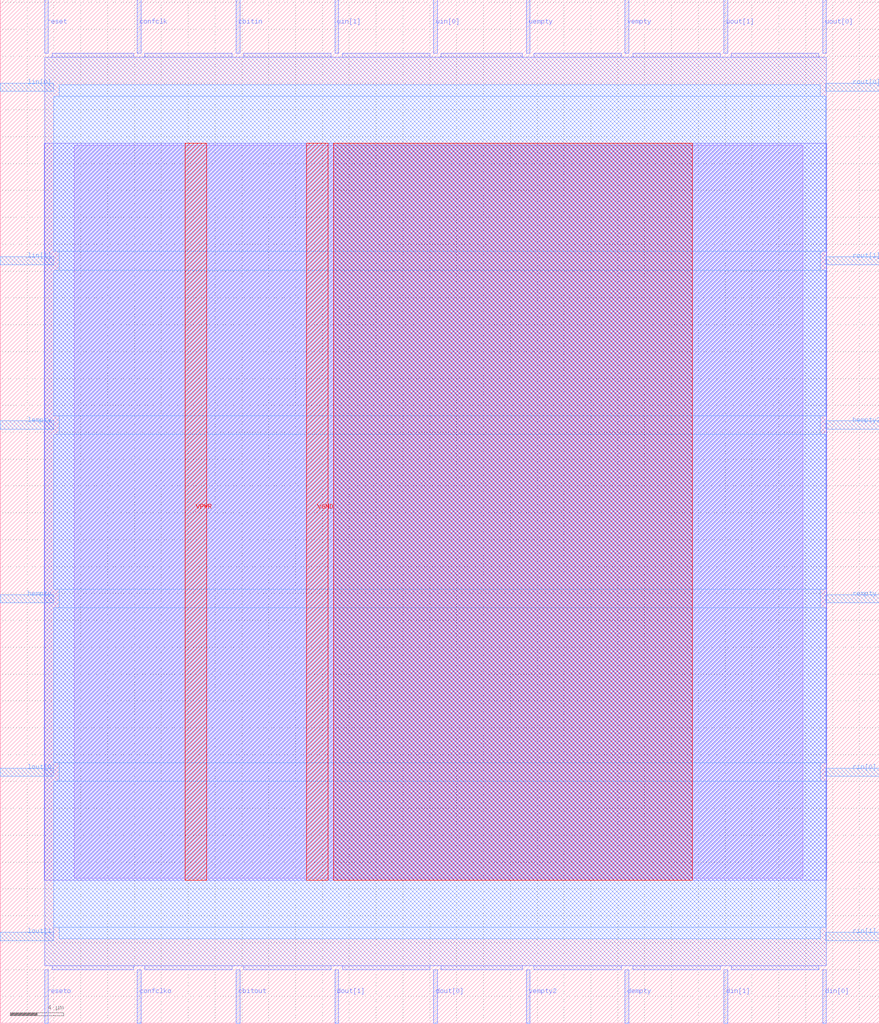
<source format=lef>
VERSION 5.7 ;
  NOWIREEXTENSIONATPIN ON ;
  DIVIDERCHAR "/" ;
  BUSBITCHARS "[]" ;
MACRO ycell
  CLASS BLOCK ;
  FOREIGN ycell ;
  ORIGIN 0.000 0.000 ;
  SIZE 65.480 BY 76.200 ;
  PIN cbitin
    DIRECTION INPUT ;
    PORT
      LAYER met2 ;
        RECT 17.570 72.200 17.850 76.200 ;
    END
  END cbitin
  PIN cbitout
    DIRECTION OUTPUT TRISTATE ;
    PORT
      LAYER met2 ;
        RECT 17.570 0.000 17.850 4.000 ;
    END
  END cbitout
  PIN confclk
    DIRECTION INPUT ;
    PORT
      LAYER met2 ;
        RECT 10.210 72.200 10.490 76.200 ;
    END
  END confclk
  PIN confclko
    DIRECTION OUTPUT TRISTATE ;
    PORT
      LAYER met2 ;
        RECT 10.210 0.000 10.490 4.000 ;
    END
  END confclko
  PIN dempty
    DIRECTION INPUT ;
    PORT
      LAYER met2 ;
        RECT 46.550 0.000 46.830 4.000 ;
    END
  END dempty
  PIN din[0]
    DIRECTION INPUT ;
    PORT
      LAYER met2 ;
        RECT 61.270 0.000 61.550 4.000 ;
    END
  END din[0]
  PIN din[1]
    DIRECTION INPUT ;
    PORT
      LAYER met2 ;
        RECT 53.910 0.000 54.190 4.000 ;
    END
  END din[1]
  PIN dout[0]
    DIRECTION OUTPUT TRISTATE ;
    PORT
      LAYER met2 ;
        RECT 32.290 0.000 32.570 4.000 ;
    END
  END dout[0]
  PIN dout[1]
    DIRECTION OUTPUT TRISTATE ;
    PORT
      LAYER met2 ;
        RECT 24.930 0.000 25.210 4.000 ;
    END
  END dout[1]
  PIN hempty
    DIRECTION OUTPUT TRISTATE ;
    PORT
      LAYER met3 ;
        RECT 0.000 31.320 4.000 31.920 ;
    END
  END hempty
  PIN hempty2
    DIRECTION OUTPUT TRISTATE ;
    PORT
      LAYER met3 ;
        RECT 61.480 44.240 65.480 44.840 ;
    END
  END hempty2
  PIN lempty
    DIRECTION INPUT ;
    PORT
      LAYER met3 ;
        RECT 0.000 44.240 4.000 44.840 ;
    END
  END lempty
  PIN lin[0]
    DIRECTION INPUT ;
    PORT
      LAYER met3 ;
        RECT 0.000 69.400 4.000 70.000 ;
    END
  END lin[0]
  PIN lin[1]
    DIRECTION INPUT ;
    PORT
      LAYER met3 ;
        RECT 0.000 56.480 4.000 57.080 ;
    END
  END lin[1]
  PIN lout[0]
    DIRECTION OUTPUT TRISTATE ;
    PORT
      LAYER met3 ;
        RECT 0.000 18.400 4.000 19.000 ;
    END
  END lout[0]
  PIN lout[1]
    DIRECTION OUTPUT TRISTATE ;
    PORT
      LAYER met3 ;
        RECT 0.000 6.160 4.000 6.760 ;
    END
  END lout[1]
  PIN rempty
    DIRECTION INPUT ;
    PORT
      LAYER met3 ;
        RECT 61.480 31.320 65.480 31.920 ;
    END
  END rempty
  PIN reset
    DIRECTION INPUT ;
    PORT
      LAYER met2 ;
        RECT 3.310 72.200 3.590 76.200 ;
    END
  END reset
  PIN reseto
    DIRECTION OUTPUT TRISTATE ;
    PORT
      LAYER met2 ;
        RECT 3.310 0.000 3.590 4.000 ;
    END
  END reseto
  PIN rin[0]
    DIRECTION INPUT ;
    PORT
      LAYER met3 ;
        RECT 61.480 18.400 65.480 19.000 ;
    END
  END rin[0]
  PIN rin[1]
    DIRECTION INPUT ;
    PORT
      LAYER met3 ;
        RECT 61.480 6.160 65.480 6.760 ;
    END
  END rin[1]
  PIN rout[0]
    DIRECTION OUTPUT TRISTATE ;
    PORT
      LAYER met3 ;
        RECT 61.480 69.400 65.480 70.000 ;
    END
  END rout[0]
  PIN rout[1]
    DIRECTION OUTPUT TRISTATE ;
    PORT
      LAYER met3 ;
        RECT 61.480 56.480 65.480 57.080 ;
    END
  END rout[1]
  PIN uempty
    DIRECTION INPUT ;
    PORT
      LAYER met2 ;
        RECT 39.190 72.200 39.470 76.200 ;
    END
  END uempty
  PIN uin[0]
    DIRECTION INPUT ;
    PORT
      LAYER met2 ;
        RECT 32.290 72.200 32.570 76.200 ;
    END
  END uin[0]
  PIN uin[1]
    DIRECTION INPUT ;
    PORT
      LAYER met2 ;
        RECT 24.930 72.200 25.210 76.200 ;
    END
  END uin[1]
  PIN uout[0]
    DIRECTION OUTPUT TRISTATE ;
    PORT
      LAYER met2 ;
        RECT 61.270 72.200 61.550 76.200 ;
    END
  END uout[0]
  PIN uout[1]
    DIRECTION OUTPUT TRISTATE ;
    PORT
      LAYER met2 ;
        RECT 53.910 72.200 54.190 76.200 ;
    END
  END uout[1]
  PIN vempty
    DIRECTION OUTPUT TRISTATE ;
    PORT
      LAYER met2 ;
        RECT 46.550 72.200 46.830 76.200 ;
    END
  END vempty
  PIN vempty2
    DIRECTION OUTPUT TRISTATE ;
    PORT
      LAYER met2 ;
        RECT 39.190 0.000 39.470 4.000 ;
    END
  END vempty2
  PIN VPWR
    DIRECTION INPUT ;
    USE POWER ;
    PORT
      LAYER met4 ;
        RECT 13.765 10.640 15.365 65.520 ;
    END
  END VPWR
  PIN VGND
    DIRECTION INPUT ;
    USE GROUND ;
    PORT
      LAYER met4 ;
        RECT 22.815 10.640 24.415 65.520 ;
    END
  END VGND
  OBS
      LAYER li1 ;
        RECT 5.520 10.795 59.800 65.365 ;
      LAYER met1 ;
        RECT 3.290 10.640 61.570 65.520 ;
      LAYER met2 ;
        RECT 3.870 71.920 9.930 72.200 ;
        RECT 10.770 71.920 17.290 72.200 ;
        RECT 18.130 71.920 24.650 72.200 ;
        RECT 25.490 71.920 32.010 72.200 ;
        RECT 32.850 71.920 38.910 72.200 ;
        RECT 39.750 71.920 46.270 72.200 ;
        RECT 47.110 71.920 53.630 72.200 ;
        RECT 54.470 71.920 60.990 72.200 ;
        RECT 3.320 4.280 61.540 71.920 ;
        RECT 3.870 4.000 9.930 4.280 ;
        RECT 10.770 4.000 17.290 4.280 ;
        RECT 18.130 4.000 24.650 4.280 ;
        RECT 25.490 4.000 32.010 4.280 ;
        RECT 32.850 4.000 38.910 4.280 ;
        RECT 39.750 4.000 46.270 4.280 ;
        RECT 47.110 4.000 53.630 4.280 ;
        RECT 54.470 4.000 60.990 4.280 ;
      LAYER met3 ;
        RECT 4.400 69.000 61.080 69.865 ;
        RECT 4.000 57.480 61.480 69.000 ;
        RECT 4.400 56.080 61.080 57.480 ;
        RECT 4.000 45.240 61.480 56.080 ;
        RECT 4.400 43.840 61.080 45.240 ;
        RECT 4.000 32.320 61.480 43.840 ;
        RECT 4.400 30.920 61.080 32.320 ;
        RECT 4.000 19.400 61.480 30.920 ;
        RECT 4.400 18.000 61.080 19.400 ;
        RECT 4.000 7.160 61.480 18.000 ;
        RECT 4.400 6.295 61.080 7.160 ;
      LAYER met4 ;
        RECT 24.815 10.640 51.550 65.520 ;
  END
END ycell
END LIBRARY


</source>
